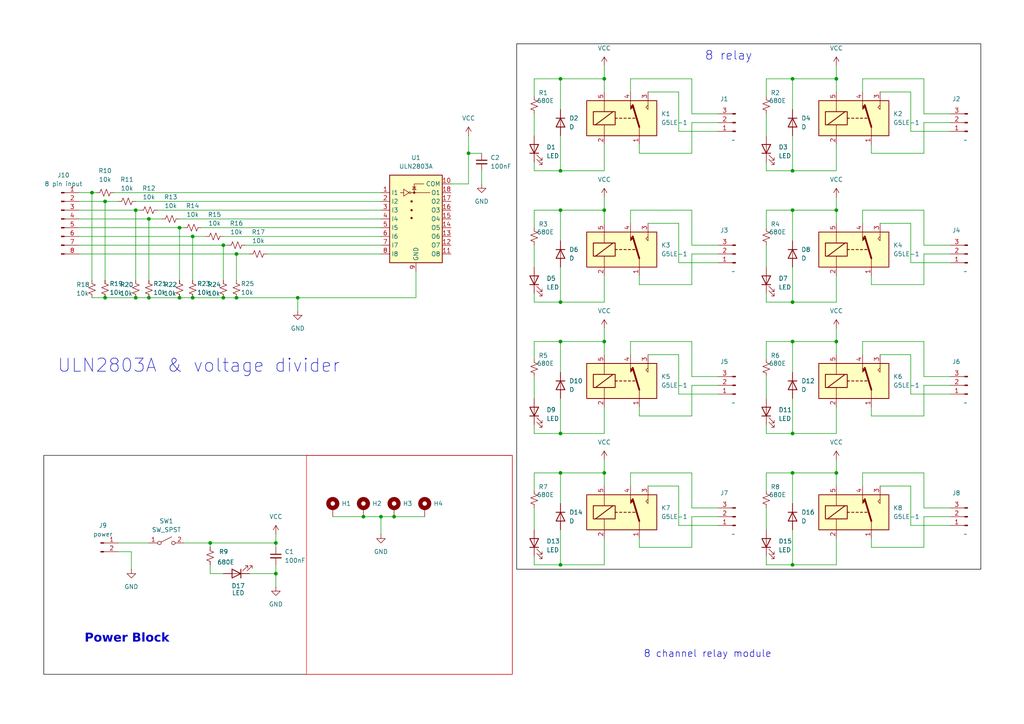
<source format=kicad_sch>
(kicad_sch (version 20250114) (generator "eeschema") (generator_version "9.0")
  (paper "A4")
  (lib_symbols
    (symbol "Connector:Conn_01x02_Pin" (pin_names (offset 1.016) (hide yes))
      (property "Reference" "J" (at 0 2.54 0))
      (property "Value" "Conn_01x02_Pin" (at 0 -5.08 0))
      (symbol "Conn_01x02_Pin_1_1"
        (pin passive line (at 5.08 0 180) (length 3.81) (name "Pin_1") (number "1"))
        (pin passive line (at 5.08 -2.54 180) (length 3.81) (name "Pin_2") (number "2"))
      )
    )
    (symbol "Connector:Conn_01x03_Pin" (pin_names (offset 1.016) (hide yes))
      (property "Reference" "J" (at 0 5.08 0))
      (property "Value" "Conn_01x03_Pin" (at 0 -5.08 0))
      (symbol "Conn_01x03_Pin_1_1"
        (pin passive line (at 5.08 2.54 180) (length 3.81) (name "Pin_1") (number "1"))
        (pin passive line (at 5.08 0 180) (length 3.81) (name "Pin_2") (number "2"))
        (pin passive line (at 5.08 -2.54 180) (length 3.81) (name "Pin_3") (number "3"))
      )
    )
    (symbol "Connector:Conn_01x08_Pin" (pin_names (offset 1.016) (hide yes))
      (property "Reference" "J" (at 0 10.16 0))
      (property "Value" "Conn_01x08_Pin" (at 0 -12.7 0))
      (symbol "Conn_01x08_Pin_1_1"
        (pin passive line (at 5.08 7.62 180) (length 3.81) (name "Pin_1") (number "1"))
        (pin passive line (at 5.08 5.08 180) (length 3.81) (name "Pin_2") (number "2"))
        (pin passive line (at 5.08 2.54 180) (length 3.81) (name "Pin_3") (number "3"))
        (pin passive line (at 5.08 0 180) (length 3.81) (name "Pin_4") (number "4"))
        (pin passive line (at 5.08 -2.54 180) (length 3.81) (name "Pin_5") (number "5"))
        (pin passive line (at 5.08 -5.08 180) (length 3.81) (name "Pin_6") (number "6"))
        (pin passive line (at 5.08 -7.62 180) (length 3.81) (name "Pin_7") (number "7"))
        (pin passive line (at 5.08 -10.16 180) (length 3.81) (name "Pin_8") (number "8"))
      )
    )
    (symbol "Device:C_Small" (pin_numbers (hide yes)) (pin_names (offset 0.254) (hide yes))
      (property "Reference" "C" (at 0.254 1.778 0))
      (property "Value" "C_Small" (at 0.254 -2.032 0))
      (symbol "C_Small_1_1"
        (pin passive line (at 0 2.54 270) (length 2.032) (name "~") (number "1"))
        (pin passive line (at 0 -2.54 90) (length 2.032) (name "~") (number "2"))
      )
    )
    (symbol "Device:D" (pin_numbers (hide yes)) (pin_names (offset 1.016) (hide yes))
      (property "Reference" "D" (at 0 2.54 0))
      (property "Value" "D" (at 0 -2.54 0))
      (symbol "D_1_1"
        (pin passive line (at -3.81 0 0) (length 2.54) (name "K") (number "1"))
        (pin passive line (at 3.81 0 180) (length 2.54) (name "A") (number "2"))
      )
    )
    (symbol "Device:LED" (pin_numbers (hide yes)) (pin_names (offset 1.016) (hide yes))
      (property "Reference" "D" (at 0 2.54 0))
      (property "Value" "LED" (at 0 -2.54 0))
      (symbol "LED_1_1"
        (pin passive line (at -3.81 0 0) (length 2.54) (name "K") (number "1"))
        (pin passive line (at 3.81 0 180) (length 2.54) (name "A") (number "2"))
      )
    )
    (symbol "Device:R_Small_US" (pin_numbers (hide yes)) (pin_names (offset 0.254) (hide yes))
      (property "Reference" "R" (at 0.762 0.508 0))
      (property "Value" "R_Small_US" (at 0.762 -1.016 0))
      (symbol "R_Small_US_1_1"
        (pin passive line (at 0 2.54 270) (length 1.016) (name "~") (number "1"))
        (pin passive line (at 0 -2.54 90) (length 1.016) (name "~") (number "2"))
      )
    )
    (symbol "Mechanical:MountingHole_Pad" (pin_numbers (hide yes)) (pin_names (offset 1.016) (hide yes)) (in_bom no)
      (property "Reference" "H" (at 0 6.35 0))
      (property "Value" "MountingHole_Pad" (at 0 4.445 0))
      (symbol "MountingHole_Pad_1_1"
        (pin input line (at 0 -2.54 90) (length 2.54) (name "1") (number "1"))
      )
    )
    (symbol "Relay:G5LE-1"
      (property "Reference" "K" (at 11.43 3.81 0))
      (property "Value" "G5LE-1" (at 11.43 1.27 0))
      (symbol "G5LE-1_1_1"
        (pin passive line (at -5.08 7.62 270) (length 2.54) (name "~") (number "5"))
        (pin passive line (at -5.08 -7.62 90) (length 2.54) (name "~") (number "2"))
        (pin passive line (at 2.54 7.62 270) (length 2.54) (name "~") (number "4"))
        (pin passive line (at 5.08 -7.62 90) (length 2.54) (name "~") (number "1"))
        (pin passive line (at 7.62 7.62 270) (length 2.54) (name "~") (number "3"))
      )
    )
    (symbol "Switch:SW_SPST" (pin_names (offset 0) (hide yes))
      (property "Reference" "SW" (at 0 3.175 0))
      (property "Value" "SW_SPST" (at 0 -2.54 0))
      (symbol "SW_SPST_1_1"
        (pin passive line (at -5.08 0 0) (length 2.54) (name "A") (number "1"))
        (pin passive line (at 5.08 0 180) (length 2.54) (name "B") (number "2"))
      )
    )
    (symbol "Transistor_Array:ULN2803A"
      (property "Reference" "U" (at 0 13.335 0))
      (property "Value" "ULN2803A" (at 0 11.43 0))
      (symbol "ULN2803A_1_1"
        (pin input line (at -10.16 5.08 0) (length 2.54) (name "I1") (number "1"))
        (pin input line (at -10.16 2.54 0) (length 2.54) (name "I2") (number "2"))
        (pin input line (at -10.16 0 0) (length 2.54) (name "I3") (number "3"))
        (pin input line (at -10.16 -2.54 0) (length 2.54) (name "I4") (number "4"))
        (pin input line (at -10.16 -5.08 0) (length 2.54) (name "I5") (number "5"))
        (pin input line (at -10.16 -7.62 0) (length 2.54) (name "I6") (number "6"))
        (pin input line (at -10.16 -10.16 0) (length 2.54) (name "I7") (number "7"))
        (pin input line (at -10.16 -12.7 0) (length 2.54) (name "I8") (number "8"))
        (pin power_in line (at 0 -17.78 90) (length 2.54) (name "GND") (number "9"))
        (pin passive line (at 10.16 7.62 180) (length 2.54) (name "COM") (number "10"))
        (pin open_collector line (at 10.16 5.08 180) (length 2.54) (name "O1") (number "18"))
        (pin open_collector line (at 10.16 2.54 180) (length 2.54) (name "O2") (number "17"))
        (pin open_collector line (at 10.16 0 180) (length 2.54) (name "O3") (number "16"))
        (pin open_collector line (at 10.16 -2.54 180) (length 2.54) (name "O4") (number "15"))
        (pin open_collector line (at 10.16 -5.08 180) (length 2.54) (name "O5") (number "14"))
        (pin open_collector line (at 10.16 -7.62 180) (length 2.54) (name "O6") (number "13"))
        (pin open_collector line (at 10.16 -10.16 180) (length 2.54) (name "O7") (number "12"))
        (pin open_collector line (at 10.16 -12.7 180) (length 2.54) (name "O8") (number "11"))
      )
    )
    (symbol "power:GND" (power) (pin_numbers (hide yes)) (pin_names (offset 0) (hide yes))
      (property "Value" "GND" (at 0 -3.81 0))
      (symbol "GND_1_1"
        (pin power_in line (at 0 0 270) (length 0) (name "~") (number "1"))
      )
    )
    (symbol "power:VCC" (power) (pin_numbers (hide yes)) (pin_names (offset 0) (hide yes))
      (property "Value" "VCC" (at 0 3.556 0))
      (symbol "VCC_1_1"
        (pin power_in line (at 0 0 90) (length 0) (name "~") (number "1"))
      )
    )
  )
  (text "Power Block\n" (at 36.83 185.928 0) (effects (font (size 2.54 2.54))))
  (text "8 channel relay module" (at 205.232 189.738 0) (effects (font (size 2.032 2.032))))
  (text "8 relay" (at 211.328 16.256 0) (effects (font (size 2.54 2.54))))
  (text "ULN2803A & voltage divider" (at 57.658 106.172 0) (effects (font (size 3.81 3.81))))
  (junction (at 229.87 99.06))
  (junction (at 242.57 22.86))
  (junction (at 64.77 71.12))
  (junction (at 229.87 137.16))
  (junction (at 162.56 99.06))
  (junction (at 52.07 86.36))
  (junction (at 43.18 63.5))
  (junction (at 162.56 87.63))
  (junction (at 55.88 68.58))
  (junction (at 86.36 86.36))
  (junction (at 162.56 137.16))
  (junction (at 242.57 60.96))
  (junction (at 26.67 55.88))
  (junction (at 162.56 49.53))
  (junction (at 135.89 44.45))
  (junction (at 229.87 163.83))
  (junction (at 55.88 86.36))
  (junction (at 162.56 125.73))
  (junction (at 30.48 86.36))
  (junction (at 229.87 22.86))
  (junction (at 80.01 166.37))
  (junction (at 60.96 157.48))
  (junction (at 175.26 22.86))
  (junction (at 175.26 99.06))
  (junction (at 162.56 22.86))
  (junction (at 68.58 73.66))
  (junction (at 30.48 58.42))
  (junction (at 242.57 137.16))
  (junction (at 39.37 60.96))
  (junction (at 68.58 86.36))
  (junction (at 110.49 149.86))
  (junction (at 162.56 163.83))
  (junction (at 229.87 60.96))
  (junction (at 175.26 60.96))
  (junction (at 80.01 157.48))
  (junction (at 64.77 86.36))
  (junction (at 105.41 149.86))
  (junction (at 114.3 149.86))
  (junction (at 162.56 60.96))
  (junction (at 43.18 86.36))
  (junction (at 52.07 66.04))
  (junction (at 229.87 49.53))
  (junction (at 229.87 125.73))
  (junction (at 242.57 99.06))
  (junction (at 39.37 86.36))
  (junction (at 175.26 137.16))
  (junction (at 229.87 87.63))
  (wire (pts (xy 208.28 38.1) (xy 196.85 38.1)))
  (wire (pts (xy 26.67 55.88) (xy 26.67 81.28)))
  (wire (pts (xy 242.57 137.16) (xy 242.57 140.97)))
  (wire (pts (xy 60.96 157.48) (xy 80.01 157.48)))
  (wire (pts (xy 222.25 60.96) (xy 229.87 60.96)))
  (wire (pts (xy 135.89 39.37) (xy 135.89 44.45)))
  (wire (pts (xy 22.86 58.42) (xy 30.48 58.42)))
  (wire (pts (xy 267.97 149.86) (xy 267.97 158.75)))
  (wire (pts (xy 154.94 99.06) (xy 154.94 104.14)))
  (wire (pts (xy 60.96 166.37) (xy 60.96 163.83)))
  (wire (pts (xy 229.87 125.73) (xy 242.57 125.73)))
  (wire (pts (xy 162.56 137.16) (xy 162.56 146.05)))
  (wire (pts (xy 175.26 99.06) (xy 175.26 102.87)))
  (wire (pts (xy 222.25 99.06) (xy 222.25 104.14)))
  (wire (pts (xy 267.97 82.55) (xy 252.73 82.55)))
  (wire (pts (xy 242.57 41.91) (xy 242.57 49.53)))
  (wire (pts (xy 43.18 63.5) (xy 46.99 63.5)))
  (wire (pts (xy 154.94 163.83) (xy 162.56 163.83)))
  (wire (pts (xy 267.97 109.22) (xy 275.59 109.22)))
  (wire (pts (xy 267.97 35.56) (xy 275.59 35.56)))
  (wire (pts (xy 222.25 163.83) (xy 229.87 163.83)))
  (wire (pts (xy 154.94 60.96) (xy 154.94 66.04)))
  (wire (pts (xy 242.57 95.25) (xy 242.57 99.06)))
  (wire (pts (xy 275.59 152.4) (xy 264.16 152.4)))
  (wire (pts (xy 229.87 115.57) (xy 229.87 125.73)))
  (wire (pts (xy 154.94 22.86) (xy 154.94 27.94)))
  (wire (pts (xy 267.97 73.66) (xy 275.59 73.66)))
  (wire (pts (xy 162.56 39.37) (xy 162.56 49.53)))
  (wire (pts (xy 200.66 99.06) (xy 200.66 109.22)))
  (wire (pts (xy 252.73 158.75) (xy 252.73 156.21)))
  (wire (pts (xy 55.88 68.58) (xy 59.69 68.58)))
  (wire (pts (xy 71.12 71.12) (xy 110.49 71.12)))
  (wire (pts (xy 162.56 163.83) (xy 175.26 163.83)))
  (wire (pts (xy 267.97 111.76) (xy 267.97 120.65)))
  (wire (pts (xy 264.16 152.4) (xy 264.16 140.97)))
  (wire (pts (xy 43.18 63.5) (xy 43.18 81.28)))
  (wire (pts (xy 60.96 157.48) (xy 60.96 158.75)))
  (wire (pts (xy 154.94 137.16) (xy 162.56 137.16)))
  (wire (pts (xy 182.88 64.77) (xy 182.88 60.96)))
  (wire (pts (xy 175.26 118.11) (xy 175.26 125.73)))
  (wire (pts (xy 22.86 68.58) (xy 55.88 68.58)))
  (wire (pts (xy 22.86 60.96) (xy 39.37 60.96)))
  (wire (pts (xy 22.86 63.5) (xy 43.18 63.5)))
  (wire (pts (xy 162.56 77.47) (xy 162.56 87.63)))
  (wire (pts (xy 200.66 149.86) (xy 200.66 158.75)))
  (wire (pts (xy 267.97 33.02) (xy 275.59 33.02)))
  (wire (pts (xy 55.88 86.36) (xy 52.07 86.36)))
  (wire (pts (xy 154.94 87.63) (xy 162.56 87.63)))
  (wire (pts (xy 229.87 99.06) (xy 229.87 107.95)))
  (wire (pts (xy 110.49 149.86) (xy 114.3 149.86)))
  (wire (pts (xy 22.86 71.12) (xy 64.77 71.12)))
  (wire (pts (xy 250.19 22.86) (xy 267.97 22.86)))
  (wire (pts (xy 275.59 38.1) (xy 264.16 38.1)))
  (wire (pts (xy 39.37 58.42) (xy 110.49 58.42)))
  (wire (pts (xy 222.25 147.32) (xy 222.25 153.67)))
  (wire (pts (xy 200.66 44.45) (xy 185.42 44.45)))
  (wire (pts (xy 80.01 163.83) (xy 80.01 166.37)))
  (wire (pts (xy 208.28 152.4) (xy 196.85 152.4)))
  (wire (pts (xy 110.49 149.86) (xy 110.49 154.94)))
  (wire (pts (xy 58.42 66.04) (xy 110.49 66.04)))
  (wire (pts (xy 250.19 99.06) (xy 267.97 99.06)))
  (wire (pts (xy 162.56 87.63) (xy 175.26 87.63)))
  (wire (pts (xy 222.25 22.86) (xy 229.87 22.86)))
  (wire (pts (xy 229.87 39.37) (xy 229.87 49.53)))
  (wire (pts (xy 264.16 102.87) (xy 255.27 102.87)))
  (wire (pts (xy 154.94 49.53) (xy 162.56 49.53)))
  (wire (pts (xy 222.25 109.22) (xy 222.25 115.57)))
  (wire (pts (xy 22.86 66.04) (xy 52.07 66.04)))
  (wire (pts (xy 264.16 114.3) (xy 264.16 102.87)))
  (wire (pts (xy 196.85 64.77) (xy 187.96 64.77)))
  (wire (pts (xy 39.37 86.36) (xy 30.48 86.36)))
  (wire (pts (xy 80.01 157.48) (xy 80.01 158.75)))
  (wire (pts (xy 182.88 137.16) (xy 200.66 137.16)))
  (wire (pts (xy 64.77 71.12) (xy 64.77 81.28)))
  (wire (pts (xy 162.56 60.96) (xy 162.56 69.85)))
  (wire (pts (xy 39.37 60.96) (xy 40.64 60.96)))
  (wire (pts (xy 267.97 22.86) (xy 267.97 33.02)))
  (wire (pts (xy 162.56 115.57) (xy 162.56 125.73)))
  (wire (pts (xy 222.25 49.53) (xy 229.87 49.53)))
  (wire (pts (xy 120.65 86.36) (xy 86.36 86.36)))
  (wire (pts (xy 64.77 68.58) (xy 110.49 68.58)))
  (wire (pts (xy 267.97 60.96) (xy 267.97 71.12)))
  (wire (pts (xy 200.66 158.75) (xy 185.42 158.75)))
  (wire (pts (xy 22.86 55.88) (xy 26.67 55.88)))
  (wire (pts (xy 185.42 82.55) (xy 185.42 80.01)))
  (wire (pts (xy 162.56 99.06) (xy 162.56 107.95)))
  (wire (pts (xy 242.57 156.21) (xy 242.57 163.83)))
  (wire (pts (xy 175.26 60.96) (xy 175.26 64.77)))
  (wire (pts (xy 105.41 149.86) (xy 110.49 149.86)))
  (wire (pts (xy 135.89 53.34) (xy 130.81 53.34)))
  (wire (pts (xy 229.87 60.96) (xy 229.87 69.85)))
  (wire (pts (xy 154.94 125.73) (xy 154.94 123.19)))
  (wire (pts (xy 175.26 80.01) (xy 175.26 87.63)))
  (wire (pts (xy 264.16 140.97) (xy 255.27 140.97)))
  (wire (pts (xy 182.88 22.86) (xy 200.66 22.86)))
  (wire (pts (xy 64.77 86.36) (xy 55.88 86.36)))
  (wire (pts (xy 34.29 160.02) (xy 38.1 160.02)))
  (wire (pts (xy 196.85 76.2) (xy 196.85 64.77)))
  (wire (pts (xy 185.42 120.65) (xy 185.42 118.11)))
  (wire (pts (xy 200.66 35.56) (xy 200.66 44.45)))
  (wire (pts (xy 120.65 78.74) (xy 120.65 86.36)))
  (wire (pts (xy 26.67 55.88) (xy 27.94 55.88)))
  (wire (pts (xy 200.66 109.22) (xy 208.28 109.22)))
  (wire (pts (xy 275.59 76.2) (xy 264.16 76.2)))
  (wire (pts (xy 52.07 63.5) (xy 110.49 63.5)))
  (wire (pts (xy 182.88 60.96) (xy 200.66 60.96)))
  (wire (pts (xy 86.36 86.36) (xy 68.58 86.36)))
  (wire (pts (xy 250.19 60.96) (xy 267.97 60.96)))
  (wire (pts (xy 52.07 86.36) (xy 43.18 86.36)))
  (wire (pts (xy 222.25 87.63) (xy 229.87 87.63)))
  (wire (pts (xy 175.26 95.25) (xy 175.26 99.06)))
  (wire (pts (xy 242.57 133.35) (xy 242.57 137.16)))
  (wire (pts (xy 162.56 137.16) (xy 175.26 137.16)))
  (wire (pts (xy 242.57 118.11) (xy 242.57 125.73)))
  (wire (pts (xy 154.94 60.96) (xy 162.56 60.96)))
  (wire (pts (xy 135.89 44.45) (xy 139.7 44.45)))
  (wire (pts (xy 267.97 73.66) (xy 267.97 82.55)))
  (wire (pts (xy 222.25 137.16) (xy 222.25 142.24)))
  (wire (pts (xy 77.47 73.66) (xy 110.49 73.66)))
  (wire (pts (xy 252.73 44.45) (xy 252.73 41.91)))
  (wire (pts (xy 96.52 149.86) (xy 105.41 149.86)))
  (wire (pts (xy 196.85 152.4) (xy 196.85 140.97)))
  (wire (pts (xy 175.26 19.05) (xy 175.26 22.86)))
  (wire (pts (xy 267.97 147.32) (xy 275.59 147.32)))
  (wire (pts (xy 154.94 109.22) (xy 154.94 115.57)))
  (wire (pts (xy 154.94 87.63) (xy 154.94 85.09)))
  (wire (pts (xy 275.59 114.3) (xy 264.16 114.3)))
  (wire (pts (xy 154.94 33.02) (xy 154.94 39.37)))
  (wire (pts (xy 267.97 35.56) (xy 267.97 44.45)))
  (wire (pts (xy 175.26 137.16) (xy 175.26 140.97)))
  (wire (pts (xy 264.16 76.2) (xy 264.16 64.77)))
  (wire (pts (xy 196.85 114.3) (xy 196.85 102.87)))
  (wire (pts (xy 114.3 149.86) (xy 123.19 149.86)))
  (wire (pts (xy 200.66 120.65) (xy 185.42 120.65)))
  (wire (pts (xy 242.57 22.86) (xy 242.57 26.67)))
  (wire (pts (xy 250.19 140.97) (xy 250.19 137.16)))
  (wire (pts (xy 80.01 154.94) (xy 80.01 157.48)))
  (wire (pts (xy 229.87 49.53) (xy 242.57 49.53)))
  (wire (pts (xy 242.57 60.96) (xy 242.57 64.77)))
  (wire (pts (xy 154.94 137.16) (xy 154.94 142.24)))
  (wire (pts (xy 222.25 125.73) (xy 222.25 123.19)))
  (wire (pts (xy 154.94 163.83) (xy 154.94 161.29)))
  (wire (pts (xy 86.36 86.36) (xy 86.36 90.17)))
  (wire (pts (xy 162.56 49.53) (xy 175.26 49.53)))
  (wire (pts (xy 30.48 58.42) (xy 34.29 58.42)))
  (wire (pts (xy 200.66 71.12) (xy 208.28 71.12)))
  (wire (pts (xy 208.28 76.2) (xy 196.85 76.2)))
  (wire (pts (xy 154.94 99.06) (xy 162.56 99.06)))
  (wire (pts (xy 182.88 26.67) (xy 182.88 22.86)))
  (wire (pts (xy 182.88 99.06) (xy 200.66 99.06)))
  (wire (pts (xy 200.66 111.76) (xy 200.66 120.65)))
  (wire (pts (xy 200.66 149.86) (xy 208.28 149.86)))
  (wire (pts (xy 162.56 22.86) (xy 162.56 31.75)))
  (wire (pts (xy 33.02 55.88) (xy 110.49 55.88)))
  (wire (pts (xy 185.42 158.75) (xy 185.42 156.21)))
  (wire (pts (xy 267.97 137.16) (xy 267.97 147.32)))
  (wire (pts (xy 229.87 153.67) (xy 229.87 163.83)))
  (wire (pts (xy 80.01 166.37) (xy 80.01 170.18)))
  (wire (pts (xy 252.73 82.55) (xy 252.73 80.01)))
  (wire (pts (xy 22.86 73.66) (xy 68.58 73.66)))
  (wire (pts (xy 154.94 71.12) (xy 154.94 77.47)))
  (wire (pts (xy 242.57 57.15) (xy 242.57 60.96)))
  (wire (pts (xy 80.01 166.37) (xy 72.39 166.37)))
  (wire (pts (xy 200.66 22.86) (xy 200.66 33.02)))
  (wire (pts (xy 175.26 156.21) (xy 175.26 163.83)))
  (wire (pts (xy 242.57 99.06) (xy 242.57 102.87)))
  (wire (pts (xy 222.25 99.06) (xy 229.87 99.06)))
  (wire (pts (xy 182.88 102.87) (xy 182.88 99.06)))
  (wire (pts (xy 30.48 58.42) (xy 30.48 81.28)))
  (wire (pts (xy 250.19 64.77) (xy 250.19 60.96)))
  (wire (pts (xy 267.97 44.45) (xy 252.73 44.45)))
  (wire (pts (xy 39.37 60.96) (xy 39.37 81.28)))
  (wire (pts (xy 267.97 149.86) (xy 275.59 149.86)))
  (wire (pts (xy 52.07 66.04) (xy 53.34 66.04)))
  (wire (pts (xy 162.56 99.06) (xy 175.26 99.06)))
  (wire (pts (xy 267.97 120.65) (xy 252.73 120.65)))
  (wire (pts (xy 53.34 157.48) (xy 60.96 157.48)))
  (wire (pts (xy 200.66 73.66) (xy 200.66 82.55)))
  (wire (pts (xy 200.66 82.55) (xy 185.42 82.55)))
  (wire (pts (xy 222.25 87.63) (xy 222.25 85.09)))
  (wire (pts (xy 139.7 49.53) (xy 139.7 53.34)))
  (wire (pts (xy 264.16 64.77) (xy 255.27 64.77)))
  (wire (pts (xy 200.66 33.02) (xy 208.28 33.02)))
  (wire (pts (xy 175.26 41.91) (xy 175.26 49.53)))
  (wire (pts (xy 68.58 73.66) (xy 68.58 81.28)))
  (wire (pts (xy 229.87 137.16) (xy 229.87 146.05)))
  (wire (pts (xy 229.87 22.86) (xy 229.87 31.75)))
  (wire (pts (xy 222.25 60.96) (xy 222.25 66.04)))
  (wire (pts (xy 229.87 22.86) (xy 242.57 22.86)))
  (wire (pts (xy 222.25 125.73) (xy 229.87 125.73)))
  (wire (pts (xy 154.94 22.86) (xy 162.56 22.86)))
  (wire (pts (xy 229.87 60.96) (xy 242.57 60.96)))
  (wire (pts (xy 208.28 114.3) (xy 196.85 114.3)))
  (wire (pts (xy 200.66 73.66) (xy 208.28 73.66)))
  (wire (pts (xy 162.56 60.96) (xy 175.26 60.96)))
  (wire (pts (xy 135.89 44.45) (xy 135.89 53.34)))
  (wire (pts (xy 55.88 68.58) (xy 55.88 81.28)))
  (wire (pts (xy 38.1 160.02) (xy 38.1 165.1)))
  (wire (pts (xy 200.66 60.96) (xy 200.66 71.12)))
  (wire (pts (xy 222.25 137.16) (xy 229.87 137.16)))
  (wire (pts (xy 242.57 19.05) (xy 242.57 22.86)))
  (wire (pts (xy 182.88 140.97) (xy 182.88 137.16)))
  (wire (pts (xy 162.56 153.67) (xy 162.56 163.83)))
  (wire (pts (xy 200.66 137.16) (xy 200.66 147.32)))
  (wire (pts (xy 175.26 57.15) (xy 175.26 60.96)))
  (wire (pts (xy 200.66 35.56) (xy 208.28 35.56)))
  (wire (pts (xy 229.87 137.16) (xy 242.57 137.16)))
  (wire (pts (xy 222.25 22.86) (xy 222.25 27.94)))
  (wire (pts (xy 43.18 86.36) (xy 39.37 86.36)))
  (wire (pts (xy 64.77 166.37) (xy 60.96 166.37)))
  (wire (pts (xy 30.48 86.36) (xy 26.67 86.36)))
  (wire (pts (xy 229.87 77.47) (xy 229.87 87.63)))
  (wire (pts (xy 250.19 102.87) (xy 250.19 99.06)))
  (wire (pts (xy 34.29 157.48) (xy 43.18 157.48)))
  (wire (pts (xy 252.73 120.65) (xy 252.73 118.11)))
  (wire (pts (xy 264.16 38.1) (xy 264.16 26.67)))
  (wire (pts (xy 267.97 71.12) (xy 275.59 71.12)))
  (wire (pts (xy 64.77 71.12) (xy 66.04 71.12)))
  (wire (pts (xy 154.94 125.73) (xy 162.56 125.73)))
  (wire (pts (xy 45.72 60.96) (xy 110.49 60.96)))
  (wire (pts (xy 229.87 87.63) (xy 242.57 87.63)))
  (wire (pts (xy 222.25 71.12) (xy 222.25 77.47)))
  (wire (pts (xy 267.97 158.75) (xy 252.73 158.75)))
  (wire (pts (xy 196.85 26.67) (xy 187.96 26.67)))
  (wire (pts (xy 175.26 22.86) (xy 175.26 26.67)))
  (wire (pts (xy 222.25 49.53) (xy 222.25 46.99)))
  (wire (pts (xy 229.87 163.83) (xy 242.57 163.83)))
  (wire (pts (xy 196.85 140.97) (xy 187.96 140.97)))
  (wire (pts (xy 200.66 111.76) (xy 208.28 111.76)))
  (wire (pts (xy 154.94 147.32) (xy 154.94 153.67)))
  (wire (pts (xy 175.26 133.35) (xy 175.26 137.16)))
  (wire (pts (xy 250.19 26.67) (xy 250.19 22.86)))
  (wire (pts (xy 267.97 99.06) (xy 267.97 109.22)))
  (wire (pts (xy 154.94 49.53) (xy 154.94 46.99)))
  (wire (pts (xy 185.42 44.45) (xy 185.42 41.91)))
  (wire (pts (xy 267.97 111.76) (xy 275.59 111.76)))
  (wire (pts (xy 250.19 137.16) (xy 267.97 137.16)))
  (wire (pts (xy 264.16 26.67) (xy 255.27 26.67)))
  (wire (pts (xy 68.58 86.36) (xy 64.77 86.36)))
  (wire (pts (xy 200.66 147.32) (xy 208.28 147.32)))
  (wire (pts (xy 222.25 163.83) (xy 222.25 161.29)))
  (wire (pts (xy 196.85 38.1) (xy 196.85 26.67)))
  (wire (pts (xy 229.87 99.06) (xy 242.57 99.06)))
  (wire (pts (xy 52.07 66.04) (xy 52.07 81.28)))
  (wire (pts (xy 222.25 33.02) (xy 222.25 39.37)))
  (wire (pts (xy 242.57 80.01) (xy 242.57 87.63)))
  (wire (pts (xy 68.58 73.66) (xy 72.39 73.66)))
  (wire (pts (xy 196.85 102.87) (xy 187.96 102.87)))
  (wire (pts (xy 162.56 125.73) (xy 175.26 125.73)))
  (wire (pts (xy 162.56 22.86) (xy 175.26 22.86)))
  (rule_area (polyline (pts (xy 88.9 132.08) (xy 88.9 195.58) (xy 148.59 195.58) (xy 148.59 132.08))))
  (rule_area (polyline (pts (xy 13.97 195.58) (xy 148.59 195.58) (xy 148.59 132.08) (xy 12.7 132.08) (xy 12.7 195.58) (xy 12.7 195.58)) (stroke (width 0) (color 0 0 0 1))))
  (rule_area (polyline (pts (xy 149.86 165.1) (xy 149.86 12.7) (xy 284.48 12.7) (xy 284.48 165.1) (xy 273.05 165.1)) (stroke (width 0) (color 0 0 0 1))))
  (symbol (lib_id "Mechanical:MountingHole_Pad") (at 123.19 147.32 0) (unit 1) (in_bom no)
    (property "Reference" "H4" (at 125.73 146.0499 0) (effects (justify left)))
    (property "Footprint" "MountingHole:MountingHole_2.5mm_Pad_Via" (effects (hide yes)))
    (property "Description" "Mounting Hole with connection" (effects (hide yes)))
  )
  (symbol (lib_id "Device:R_Small_US") (at 222.25 30.48 0) (unit 1)
    (property "Reference" "R2" (at 223.52 26.924 0) (effects (justify left)))
    (property "Value" "680E" (at 223.012 29.21 0) (effects (justify left)))
    (property "Footprint" "Resistor_SMD:R_0805_2012Metric_Pad1.20x1.40mm_HandSolder" (effects (hide yes)))
    (property "Description" "Resistor, small US symbol" (effects (hide yes)))
  )
  (symbol (lib_id "Device:D") (at 162.56 73.66 270) (unit 1)
    (property "Reference" "D6" (at 165.1 72.3899 90) (effects (justify left)))
    (property "Value" "D" (at 165.1 74.9299 90) (effects (justify left)))
    (property "Footprint" "Diode_SMD:D_1206_3216Metric" (effects (hide yes)))
    (property "Description" "Diode" (effects (hide yes)))
    (property "Sim.Device" "D" (effects (hide yes)))
    (property "Sim.Pins" "1=K 2=A" (effects (hide yes)))
  )
  (symbol (lib_id "power:GND") (at 38.1 165.1 0) (unit 1)
    (property "Reference" "#PWR010" (effects (hide yes)))
    (property "Value" "GND" (at 38.1 170.18 0))
    (property "Description" "Power symbol creates a global label with name \"GND\" , ground" (effects (hide yes)))
  )
  (symbol (lib_id "Relay:G5LE-1") (at 247.65 148.59 0) (unit 1)
    (property "Reference" "K8" (at 259.08 147.3199 0) (effects (justify left)))
    (property "Value" "G5LE-1" (at 259.08 149.8599 0) (effects (justify left)))
    (property "Footprint" "Relay_THT:Relay_SPDT_Omron-G5LE-1" (effects (hide yes)))
    (property "Datasheet" "http://www.omron.com/ecb/products/pdf/en-g5le.pdf" (effects (hide yes)))
    (property "Description" "Omron G5LE relay, Miniature Single Pole, SPDT, 10A" (effects (hide yes)))
  )
  (symbol (lib_id "Device:R_Small_US") (at 30.48 55.88 90) (unit 1)
    (property "Reference" "R10" (at 30.48 49.53 90))
    (property "Value" "10k" (at 30.48 52.07 90))
    (property "Footprint" "Resistor_SMD:R_0805_2012Metric_Pad1.20x1.40mm_HandSolder" (effects (hide yes)))
    (property "Description" "Resistor, small US symbol" (effects (hide yes)))
  )
  (symbol (lib_id "Device:LED") (at 222.25 157.48 90) (unit 1)
    (property "Reference" "D15" (at 225.806 156.972 90) (effects (justify right)))
    (property "Value" "LED" (at 225.806 159.512 90) (effects (justify right)))
    (property "Footprint" "LED_SMD:LED_1206_3216Metric" (effects (hide yes)))
    (property "Description" "Light emitting diode" (effects (hide yes)))
    (property "Sim.Pins" "1=K 2=A" (effects (hide yes)))
  )
  (symbol (lib_id "Relay:G5LE-1") (at 180.34 34.29 0) (unit 1)
    (property "Reference" "K1" (at 191.77 33.0199 0) (effects (justify left)))
    (property "Value" "G5LE-1" (at 191.77 35.5599 0) (effects (justify left)))
    (property "Footprint" "Relay_THT:Relay_SPDT_Omron-G5LE-1" (effects (hide yes)))
    (property "Datasheet" "http://www.omron.com/ecb/products/pdf/en-g5le.pdf" (effects (hide yes)))
    (property "Description" "Omron G5LE relay, Miniature Single Pole, SPDT, 10A" (effects (hide yes)))
  )
  (symbol (lib_id "Connector:Conn_01x03_Pin") (at 280.67 111.76 180) (unit 1)
    (property "Reference" "J6" (at 277.368 104.902 0))
    (property "Value" "~" (at 280.035 116.84 0))
    (property "Footprint" "Connector_JST:JST_NV_B03P-NV_1x03_P5.00mm_Vertical" (effects (hide yes)))
    (property "Description" "Generic connector, single row, 01x03, script generated" (effects (hide yes)))
  )
  (symbol (lib_id "Device:R_Small_US") (at 43.18 60.96 90) (unit 1)
    (property "Reference" "R12" (at 43.18 54.61 90))
    (property "Value" "10k" (at 43.18 57.15 90))
    (property "Footprint" "Resistor_SMD:R_0805_2012Metric_Pad1.20x1.40mm_HandSolder" (effects (hide yes)))
    (property "Description" "Resistor, small US symbol" (effects (hide yes)))
  )
  (symbol (lib_id "Device:R_Small_US") (at 30.48 83.82 0) (unit 1)
    (property "Reference" "R19" (at 31.75 82.296 0) (effects (justify left)))
    (property "Value" "10k" (at 31.75 84.836 0) (effects (justify left)))
    (property "Footprint" "Resistor_SMD:R_0805_2012Metric_Pad1.20x1.40mm_HandSolder" (effects (hide yes)))
    (property "Description" "Resistor, small US symbol" (effects (hide yes)))
  )
  (symbol (lib_id "Connector:Conn_01x08_Pin") (at 17.78 63.5 0) (unit 1)
    (property "Reference" "J10" (at 18.415 50.8 0))
    (property "Value" "8 pin input" (at 18.415 53.34 0))
    (property "Footprint" "Connector_PinHeader_2.54mm:PinHeader_1x08_P2.54mm_Vertical" (effects (hide yes)))
    (property "Description" "Generic connector, single row, 01x08, script generated" (effects (hide yes)))
  )
  (symbol (lib_id "Connector:Conn_01x03_Pin") (at 280.67 149.86 180) (unit 1)
    (property "Reference" "J8" (at 277.368 143.002 0))
    (property "Value" "~" (at 280.035 154.94 0))
    (property "Footprint" "Connector_JST:JST_NV_B03P-NV_1x03_P5.00mm_Vertical" (effects (hide yes)))
    (property "Description" "Generic connector, single row, 01x03, script generated" (effects (hide yes)))
  )
  (symbol (lib_id "Device:D") (at 162.56 149.86 270) (unit 1)
    (property "Reference" "D14" (at 165.1 148.5899 90) (effects (justify left)))
    (property "Value" "D" (at 165.1 151.1299 90) (effects (justify left)))
    (property "Footprint" "Diode_SMD:D_1206_3216Metric" (effects (hide yes)))
    (property "Description" "Diode" (effects (hide yes)))
    (property "Sim.Device" "D" (effects (hide yes)))
    (property "Sim.Pins" "1=K 2=A" (effects (hide yes)))
  )
  (symbol (lib_id "Device:R_Small_US") (at 68.58 83.82 0) (unit 1)
    (property "Reference" "R25" (at 69.85 82.296 0) (effects (justify left)))
    (property "Value" "10k" (at 69.85 84.836 0) (effects (justify left)))
    (property "Footprint" "Resistor_SMD:R_0805_2012Metric_Pad1.20x1.40mm_HandSolder" (effects (hide yes)))
    (property "Description" "Resistor, small US symbol" (effects (hide yes)))
  )
  (symbol (lib_id "Switch:SW_SPST") (at 48.26 157.48 0) (unit 1)
    (property "Reference" "SW1" (at 48.26 151.13 0))
    (property "Value" "SW_SPST" (at 48.26 153.67 0))
    (property "Footprint" "Button_Switch_SMD:Panasonic_EVQPUJ_EVQPUA" (effects (hide yes)))
    (property "Description" "Single Pole Single Throw (SPST) switch" (effects (hide yes)))
  )
  (symbol (lib_id "Connector:Conn_01x03_Pin") (at 280.67 73.66 180) (unit 1)
    (property "Reference" "J4" (at 277.368 66.802 0))
    (property "Value" "~" (at 280.035 78.74 0))
    (property "Footprint" "Connector_JST:JST_NV_B03P-NV_1x03_P5.00mm_Vertical" (effects (hide yes)))
    (property "Description" "Generic connector, single row, 01x03, script generated" (effects (hide yes)))
  )
  (symbol (lib_id "Relay:G5LE-1") (at 180.34 72.39 0) (unit 1)
    (property "Reference" "K3" (at 191.77 71.1199 0) (effects (justify left)))
    (property "Value" "G5LE-1" (at 191.77 73.6599 0) (effects (justify left)))
    (property "Footprint" "Relay_THT:Relay_SPDT_Omron-G5LE-1" (effects (hide yes)))
    (property "Datasheet" "http://www.omron.com/ecb/products/pdf/en-g5le.pdf" (effects (hide yes)))
    (property "Description" "Omron G5LE relay, Miniature Single Pole, SPDT, 10A" (effects (hide yes)))
  )
  (symbol (lib_id "Transistor_Array:ULN2803A") (at 120.65 60.96 0) (unit 1)
    (property "Reference" "U1" (at 120.65 45.72 0))
    (property "Value" "ULN2803A" (at 120.65 48.26 0))
    (property "Footprint" "Package_DIP:DIP-18_W7.62mm" (effects (hide yes)))
    (property "Datasheet" "http://www.ti.com/lit/ds/symlink/uln2803a.pdf" (effects (hide yes)))
    (property "Description" "Darlington Transistor Arrays, SOIC18/DIP18" (effects (hide yes)))
  )
  (symbol (lib_id "Device:R_Small_US") (at 222.25 68.58 0) (unit 1)
    (property "Reference" "R4" (at 223.52 65.024 0) (effects (justify left)))
    (property "Value" "680E" (at 223.012 67.31 0) (effects (justify left)))
    (property "Footprint" "Resistor_SMD:R_0805_2012Metric_Pad1.20x1.40mm_HandSolder" (effects (hide yes)))
    (property "Description" "Resistor, small US symbol" (effects (hide yes)))
  )
  (symbol (lib_id "Device:R_Small_US") (at 64.77 83.82 0) (unit 1)
    (property "Reference" "R24" (at 60.198 82.55 0) (effects (justify left)))
    (property "Value" "10k" (at 60.198 85.09 0) (effects (justify left)))
    (property "Footprint" "Resistor_SMD:R_0805_2012Metric_Pad1.20x1.40mm_HandSolder" (effects (hide yes)))
    (property "Description" "Resistor, small US symbol" (effects (hide yes)))
  )
  (symbol (lib_id "Device:LED") (at 222.25 119.38 90) (unit 1)
    (property "Reference" "D11" (at 225.806 118.872 90) (effects (justify right)))
    (property "Value" "LED" (at 225.806 121.412 90) (effects (justify right)))
    (property "Footprint" "LED_SMD:LED_1206_3216Metric" (effects (hide yes)))
    (property "Description" "Light emitting diode" (effects (hide yes)))
    (property "Sim.Pins" "1=K 2=A" (effects (hide yes)))
  )
  (symbol (lib_id "Device:R_Small_US") (at 74.93 73.66 90) (unit 1)
    (property "Reference" "R17" (at 74.93 67.31 90))
    (property "Value" "10k" (at 74.93 69.85 90))
    (property "Footprint" "Resistor_SMD:R_0805_2012Metric_Pad1.20x1.40mm_HandSolder" (effects (hide yes)))
    (property "Description" "Resistor, small US symbol" (effects (hide yes)))
  )
  (symbol (lib_id "Device:R_Small_US") (at 49.53 63.5 90) (unit 1)
    (property "Reference" "R13" (at 49.53 57.15 90))
    (property "Value" "10k" (at 49.53 59.69 90))
    (property "Footprint" "Resistor_SMD:R_0805_2012Metric_Pad1.20x1.40mm_HandSolder" (effects (hide yes)))
    (property "Description" "Resistor, small US symbol" (effects (hide yes)))
  )
  (symbol (lib_id "Device:D") (at 229.87 35.56 270) (unit 1)
    (property "Reference" "D4" (at 232.41 34.2899 90) (effects (justify left)))
    (property "Value" "D" (at 232.41 36.8299 90) (effects (justify left)))
    (property "Footprint" "Diode_SMD:D_1206_3216Metric" (effects (hide yes)))
    (property "Description" "Diode" (effects (hide yes)))
    (property "Sim.Device" "D" (effects (hide yes)))
    (property "Sim.Pins" "1=K 2=A" (effects (hide yes)))
  )
  (symbol (lib_id "Device:LED") (at 154.94 81.28 90) (unit 1)
    (property "Reference" "D5" (at 158.496 80.772 90) (effects (justify right)))
    (property "Value" "LED" (at 158.496 83.312 90) (effects (justify right)))
    (property "Footprint" "LED_SMD:LED_1206_3216Metric" (effects (hide yes)))
    (property "Description" "Light emitting diode" (effects (hide yes)))
    (property "Sim.Pins" "1=K 2=A" (effects (hide yes)))
  )
  (symbol (lib_id "Device:R_Small_US") (at 26.67 83.82 0) (unit 1)
    (property "Reference" "R18" (at 22.098 82.55 0) (effects (justify left)))
    (property "Value" "10k" (at 22.098 85.09 0) (effects (justify left)))
    (property "Footprint" "Resistor_SMD:R_0805_2012Metric_Pad1.20x1.40mm_HandSolder" (effects (hide yes)))
    (property "Description" "Resistor, small US symbol" (effects (hide yes)))
  )
  (symbol (lib_id "Relay:G5LE-1") (at 247.65 72.39 0) (unit 1)
    (property "Reference" "K4" (at 259.08 71.1199 0) (effects (justify left)))
    (property "Value" "G5LE-1" (at 259.08 73.6599 0) (effects (justify left)))
    (property "Footprint" "Relay_THT:Relay_SPDT_Omron-G5LE-1" (effects (hide yes)))
    (property "Datasheet" "http://www.omron.com/ecb/products/pdf/en-g5le.pdf" (effects (hide yes)))
    (property "Description" "Omron G5LE relay, Miniature Single Pole, SPDT, 10A" (effects (hide yes)))
  )
  (symbol (lib_id "Device:LED") (at 154.94 43.18 90) (unit 1)
    (property "Reference" "D1" (at 158.496 42.672 90) (effects (justify right)))
    (property "Value" "LED" (at 158.496 45.212 90) (effects (justify right)))
    (property "Footprint" "LED_SMD:LED_1206_3216Metric" (effects (hide yes)))
    (property "Description" "Light emitting diode" (effects (hide yes)))
    (property "Sim.Pins" "1=K 2=A" (effects (hide yes)))
  )
  (symbol (lib_id "Device:R_Small_US") (at 39.37 83.82 0) (unit 1)
    (property "Reference" "R20" (at 34.798 82.55 0) (effects (justify left)))
    (property "Value" "10k" (at 34.798 85.09 0) (effects (justify left)))
    (property "Footprint" "Resistor_SMD:R_0805_2012Metric_Pad1.20x1.40mm_HandSolder" (effects (hide yes)))
    (property "Description" "Resistor, small US symbol" (effects (hide yes)))
  )
  (symbol (lib_id "Device:R_Small_US") (at 43.18 83.82 0) (unit 1)
    (property "Reference" "R21" (at 44.45 82.296 0) (effects (justify left)))
    (property "Value" "10k" (at 44.45 84.836 0) (effects (justify left)))
    (property "Footprint" "Resistor_SMD:R_0805_2012Metric_Pad1.20x1.40mm_HandSolder" (effects (hide yes)))
    (property "Description" "Resistor, small US symbol" (effects (hide yes)))
  )
  (symbol (lib_id "Device:D") (at 229.87 111.76 270) (unit 1)
    (property "Reference" "D12" (at 232.41 110.4899 90) (effects (justify left)))
    (property "Value" "D" (at 232.41 113.0299 90) (effects (justify left)))
    (property "Footprint" "Diode_SMD:D_1206_3216Metric" (effects (hide yes)))
    (property "Description" "Diode" (effects (hide yes)))
    (property "Sim.Device" "D" (effects (hide yes)))
    (property "Sim.Pins" "1=K 2=A" (effects (hide yes)))
  )
  (symbol (lib_id "Device:LED") (at 154.94 157.48 90) (unit 1)
    (property "Reference" "D13" (at 158.496 156.972 90) (effects (justify right)))
    (property "Value" "LED" (at 158.496 159.512 90) (effects (justify right)))
    (property "Footprint" "LED_SMD:LED_1206_3216Metric" (effects (hide yes)))
    (property "Description" "Light emitting diode" (effects (hide yes)))
    (property "Sim.Pins" "1=K 2=A" (effects (hide yes)))
  )
  (symbol (lib_id "power:VCC") (at 175.26 19.05 0) (unit 1)
    (property "Reference" "#PWR01" (effects (hide yes)))
    (property "Value" "VCC" (at 175.26 13.97 0))
    (property "Description" "Power symbol creates a global label with name \"VCC\"" (effects (hide yes)))
  )
  (symbol (lib_id "Device:LED") (at 222.25 43.18 90) (unit 1)
    (property "Reference" "D3" (at 225.806 42.672 90) (effects (justify right)))
    (property "Value" "LED" (at 225.806 45.212 90) (effects (justify right)))
    (property "Footprint" "LED_SMD:LED_1206_3216Metric" (effects (hide yes)))
    (property "Description" "Light emitting diode" (effects (hide yes)))
    (property "Sim.Pins" "1=K 2=A" (effects (hide yes)))
  )
  (symbol (lib_id "power:VCC") (at 242.57 57.15 0) (unit 1)
    (property "Reference" "#PWR04" (effects (hide yes)))
    (property "Value" "VCC" (at 242.57 52.07 0))
    (property "Description" "Power symbol creates a global label with name \"VCC\"" (effects (hide yes)))
  )
  (symbol (lib_id "Connector:Conn_01x02_Pin") (at 29.21 157.48 0) (unit 1)
    (property "Reference" "J9" (at 29.845 152.4 0))
    (property "Value" "power" (at 29.845 154.94 0))
    (property "Footprint" "Connector_JST:JST_NV_B02P-NV_1x02_P5.00mm_Vertical" (effects (hide yes)))
    (property "Description" "Generic connector, single row, 01x02, script generated" (effects (hide yes)))
  )
  (symbol (lib_id "power:VCC") (at 242.57 133.35 0) (unit 1)
    (property "Reference" "#PWR08" (effects (hide yes)))
    (property "Value" "VCC" (at 242.57 128.27 0))
    (property "Description" "Power symbol creates a global label with name \"VCC\"" (effects (hide yes)))
  )
  (symbol (lib_id "power:VCC") (at 80.01 154.94 0) (unit 1)
    (property "Reference" "#PWR09" (effects (hide yes)))
    (property "Value" "VCC" (at 80.01 149.86 0))
    (property "Description" "Power symbol creates a global label with name \"VCC\"" (effects (hide yes)))
  )
  (symbol (lib_id "Connector:Conn_01x03_Pin") (at 213.36 149.86 180) (unit 1)
    (property "Reference" "J7" (at 210.058 143.002 0))
    (property "Value" "~" (at 212.725 154.94 0))
    (property "Footprint" "Connector_JST:JST_NV_B03P-NV_1x03_P5.00mm_Vertical" (effects (hide yes)))
    (property "Description" "Generic connector, single row, 01x03, script generated" (effects (hide yes)))
  )
  (symbol (lib_id "Relay:G5LE-1") (at 180.34 110.49 0) (unit 1)
    (property "Reference" "K5" (at 191.77 109.2199 0) (effects (justify left)))
    (property "Value" "G5LE-1" (at 191.77 111.7599 0) (effects (justify left)))
    (property "Footprint" "Relay_THT:Relay_SPDT_Omron-G5LE-1" (effects (hide yes)))
    (property "Datasheet" "http://www.omron.com/ecb/products/pdf/en-g5le.pdf" (effects (hide yes)))
    (property "Description" "Omron G5LE relay, Miniature Single Pole, SPDT, 10A" (effects (hide yes)))
  )
  (symbol (lib_id "Device:R_Small_US") (at 36.83 58.42 90) (unit 1)
    (property "Reference" "R11" (at 36.83 52.07 90))
    (property "Value" "10k" (at 36.83 54.61 90))
    (property "Footprint" "Resistor_SMD:R_0805_2012Metric_Pad1.20x1.40mm_HandSolder" (effects (hide yes)))
    (property "Description" "Resistor, small US symbol" (effects (hide yes)))
  )
  (symbol (lib_id "Mechanical:MountingHole_Pad") (at 105.41 147.32 0) (unit 1) (in_bom no)
    (property "Reference" "H2" (at 107.95 146.0499 0) (effects (justify left)))
    (property "Footprint" "MountingHole:MountingHole_2.5mm_Pad_Via" (effects (hide yes)))
    (property "Description" "Mounting Hole with connection" (effects (hide yes)))
  )
  (symbol (lib_id "Mechanical:MountingHole_Pad") (at 96.52 147.32 0) (unit 1) (in_bom no)
    (property "Reference" "H1" (at 99.06 146.0499 0) (effects (justify left)))
    (property "Footprint" "MountingHole:MountingHole_2.5mm_Pad_Via" (effects (hide yes)))
    (property "Description" "Mounting Hole with connection" (effects (hide yes)))
  )
  (symbol (lib_id "Device:C_Small") (at 139.7 46.99 0) (unit 1)
    (property "Reference" "C2" (at 142.24 45.7262 0) (effects (justify left)))
    (property "Value" "100nF" (at 142.24 48.2662 0) (effects (justify left)))
    (property "Footprint" "Capacitor_SMD:C_0805_2012Metric_Pad1.18x1.45mm_HandSolder" (effects (hide yes)))
    (property "Description" "Unpolarized capacitor, small symbol" (effects (hide yes)))
  )
  (symbol (lib_id "Device:R_Small_US") (at 154.94 68.58 0) (unit 1)
    (property "Reference" "R3" (at 156.21 65.024 0) (effects (justify left)))
    (property "Value" "680E" (at 155.702 67.31 0) (effects (justify left)))
    (property "Footprint" "Resistor_SMD:R_0805_2012Metric_Pad1.20x1.40mm_HandSolder" (effects (hide yes)))
    (property "Description" "Resistor, small US symbol" (effects (hide yes)))
  )
  (symbol (lib_id "Device:LED") (at 154.94 119.38 90) (unit 1)
    (property "Reference" "D9" (at 158.496 118.872 90) (effects (justify right)))
    (property "Value" "LED" (at 158.496 121.412 90) (effects (justify right)))
    (property "Footprint" "LED_SMD:LED_1206_3216Metric" (effects (hide yes)))
    (property "Description" "Light emitting diode" (effects (hide yes)))
    (property "Sim.Pins" "1=K 2=A" (effects (hide yes)))
  )
  (symbol (lib_id "power:GND") (at 80.01 170.18 0) (unit 1)
    (property "Reference" "#PWR011" (effects (hide yes)))
    (property "Value" "GND" (at 80.01 175.26 0))
    (property "Description" "Power symbol creates a global label with name \"GND\" , ground" (effects (hide yes)))
  )
  (symbol (lib_id "Device:D") (at 229.87 73.66 270) (unit 1)
    (property "Reference" "D8" (at 232.41 72.3899 90) (effects (justify left)))
    (property "Value" "D" (at 232.41 74.9299 90) (effects (justify left)))
    (property "Footprint" "Diode_SMD:D_1206_3216Metric" (effects (hide yes)))
    (property "Description" "Diode" (effects (hide yes)))
    (property "Sim.Device" "D" (effects (hide yes)))
    (property "Sim.Pins" "1=K 2=A" (effects (hide yes)))
  )
  (symbol (lib_id "Device:R_Small_US") (at 52.07 83.82 0) (unit 1)
    (property "Reference" "R22" (at 47.498 82.55 0) (effects (justify left)))
    (property "Value" "10k" (at 47.498 85.09 0) (effects (justify left)))
    (property "Footprint" "Resistor_SMD:R_0805_2012Metric_Pad1.20x1.40mm_HandSolder" (effects (hide yes)))
    (property "Description" "Resistor, small US symbol" (effects (hide yes)))
  )
  (symbol (lib_id "Device:R_Small_US") (at 62.23 68.58 90) (unit 1)
    (property "Reference" "R15" (at 62.23 62.23 90))
    (property "Value" "10k" (at 62.23 64.77 90))
    (property "Footprint" "Resistor_SMD:R_0805_2012Metric_Pad1.20x1.40mm_HandSolder" (effects (hide yes)))
    (property "Description" "Resistor, small US symbol" (effects (hide yes)))
  )
  (symbol (lib_id "power:GND") (at 110.49 154.94 0) (unit 1)
    (property "Reference" "#PWR015" (effects (hide yes)))
    (property "Value" "GND" (at 110.49 160.02 0))
    (property "Description" "Power symbol creates a global label with name \"GND\" , ground" (effects (hide yes)))
  )
  (symbol (lib_id "Device:R_Small_US") (at 154.94 106.68 0) (unit 1)
    (property "Reference" "R5" (at 156.21 103.124 0) (effects (justify left)))
    (property "Value" "680E" (at 155.702 105.41 0) (effects (justify left)))
    (property "Footprint" "Resistor_SMD:R_0805_2012Metric_Pad1.20x1.40mm_HandSolder" (effects (hide yes)))
    (property "Description" "Resistor, small US symbol" (effects (hide yes)))
  )
  (symbol (lib_id "Device:R_Small_US") (at 222.25 144.78 0) (unit 1)
    (property "Reference" "R8" (at 223.52 141.224 0) (effects (justify left)))
    (property "Value" "680E" (at 223.012 143.51 0) (effects (justify left)))
    (property "Footprint" "Resistor_SMD:R_0805_2012Metric_Pad1.20x1.40mm_HandSolder" (effects (hide yes)))
    (property "Description" "Resistor, small US symbol" (effects (hide yes)))
  )
  (symbol (lib_id "Device:R_Small_US") (at 154.94 144.78 0) (unit 1)
    (property "Reference" "R7" (at 156.21 141.224 0) (effects (justify left)))
    (property "Value" "680E" (at 155.702 143.51 0) (effects (justify left)))
    (property "Footprint" "Resistor_SMD:R_0805_2012Metric_Pad1.20x1.40mm_HandSolder" (effects (hide yes)))
    (property "Description" "Resistor, small US symbol" (effects (hide yes)))
  )
  (symbol (lib_id "Device:D") (at 229.87 149.86 270) (unit 1)
    (property "Reference" "D16" (at 232.41 148.5899 90) (effects (justify left)))
    (property "Value" "D" (at 232.41 151.1299 90) (effects (justify left)))
    (property "Footprint" "Diode_SMD:D_1206_3216Metric" (effects (hide yes)))
    (property "Description" "Diode" (effects (hide yes)))
    (property "Sim.Device" "D" (effects (hide yes)))
    (property "Sim.Pins" "1=K 2=A" (effects (hide yes)))
  )
  (symbol (lib_id "Device:R_Small_US") (at 222.25 106.68 0) (unit 1)
    (property "Reference" "R6" (at 223.52 103.124 0) (effects (justify left)))
    (property "Value" "680E" (at 223.012 105.41 0) (effects (justify left)))
    (property "Footprint" "Resistor_SMD:R_0805_2012Metric_Pad1.20x1.40mm_HandSolder" (effects (hide yes)))
    (property "Description" "Resistor, small US symbol" (effects (hide yes)))
  )
  (symbol (lib_id "Device:C_Small") (at 80.01 161.29 0) (unit 1)
    (property "Reference" "C1" (at 82.55 160.0262 0) (effects (justify left)))
    (property "Value" "100nF" (at 82.55 162.5662 0) (effects (justify left)))
    (property "Footprint" "Capacitor_SMD:C_0805_2012Metric_Pad1.18x1.45mm_HandSolder" (effects (hide yes)))
    (property "Description" "Unpolarized capacitor, small symbol" (effects (hide yes)))
  )
  (symbol (lib_id "Device:LED") (at 68.58 166.37 180) (unit 1)
    (property "Reference" "D17" (at 69.088 169.926 0))
    (property "Value" "LED" (at 69.088 171.958 0))
    (property "Footprint" "LED_SMD:LED_1206_3216Metric" (effects (hide yes)))
    (property "Description" "Light emitting diode" (effects (hide yes)))
    (property "Sim.Pins" "1=K 2=A" (effects (hide yes)))
  )
  (symbol (lib_id "power:GND") (at 86.36 90.17 0) (unit 1)
    (property "Reference" "#PWR014" (effects (hide yes)))
    (property "Value" "GND" (at 86.36 95.25 0))
    (property "Description" "Power symbol creates a global label with name \"GND\" , ground" (effects (hide yes)))
  )
  (symbol (lib_id "Device:D") (at 162.56 35.56 270) (unit 1)
    (property "Reference" "D2" (at 165.1 34.2899 90) (effects (justify left)))
    (property "Value" "D" (at 165.1 36.8299 90) (effects (justify left)))
    (property "Footprint" "Diode_SMD:D_1206_3216Metric" (effects (hide yes)))
    (property "Description" "Diode" (effects (hide yes)))
    (property "Sim.Device" "D" (effects (hide yes)))
    (property "Sim.Pins" "1=K 2=A" (effects (hide yes)))
  )
  (symbol (lib_id "power:VCC") (at 175.26 133.35 0) (unit 1)
    (property "Reference" "#PWR07" (effects (hide yes)))
    (property "Value" "VCC" (at 175.26 128.27 0))
    (property "Description" "Power symbol creates a global label with name \"VCC\"" (effects (hide yes)))
  )
  (symbol (lib_id "Device:R_Small_US") (at 55.88 83.82 0) (unit 1)
    (property "Reference" "R23" (at 57.15 82.296 0) (effects (justify left)))
    (property "Value" "10k" (at 57.15 84.836 0) (effects (justify left)))
    (property "Footprint" "Resistor_SMD:R_0805_2012Metric_Pad1.20x1.40mm_HandSolder" (effects (hide yes)))
    (property "Description" "Resistor, small US symbol" (effects (hide yes)))
  )
  (symbol (lib_id "Device:R_Small_US") (at 60.96 161.29 0) (unit 1)
    (property "Reference" "R9" (at 63.5 160.0199 0) (effects (justify left)))
    (property "Value" "680E" (at 62.992 163.068 0) (effects (justify left)))
    (property "Footprint" "Resistor_SMD:R_0805_2012Metric_Pad1.20x1.40mm_HandSolder" (effects (hide yes)))
    (property "Description" "Resistor, small US symbol" (effects (hide yes)))
  )
  (symbol (lib_id "Device:R_Small_US") (at 55.88 66.04 90) (unit 1)
    (property "Reference" "R14" (at 55.88 59.69 90))
    (property "Value" "10k" (at 55.88 62.23 90))
    (property "Footprint" "Resistor_SMD:R_0805_2012Metric_Pad1.20x1.40mm_HandSolder" (effects (hide yes)))
    (property "Description" "Resistor, small US symbol" (effects (hide yes)))
  )
  (symbol (lib_id "Relay:G5LE-1") (at 247.65 110.49 0) (unit 1)
    (property "Reference" "K6" (at 259.08 109.2199 0) (effects (justify left)))
    (property "Value" "G5LE-1" (at 259.08 111.7599 0) (effects (justify left)))
    (property "Footprint" "Relay_THT:Relay_SPDT_Omron-G5LE-1" (effects (hide yes)))
    (property "Datasheet" "http://www.omron.com/ecb/products/pdf/en-g5le.pdf" (effects (hide yes)))
    (property "Description" "Omron G5LE relay, Miniature Single Pole, SPDT, 10A" (effects (hide yes)))
  )
  (symbol (lib_id "Relay:G5LE-1") (at 247.65 34.29 0) (unit 1)
    (property "Reference" "K2" (at 259.08 33.0199 0) (effects (justify left)))
    (property "Value" "G5LE-1" (at 259.08 35.5599 0) (effects (justify left)))
    (property "Footprint" "Relay_THT:Relay_SPDT_Omron-G5LE-1" (effects (hide yes)))
    (property "Datasheet" "http://www.omron.com/ecb/products/pdf/en-g5le.pdf" (effects (hide yes)))
    (property "Description" "Omron G5LE relay, Miniature Single Pole, SPDT, 10A" (effects (hide yes)))
  )
  (symbol (lib_id "power:VCC") (at 135.89 39.37 0) (unit 1)
    (property "Reference" "#PWR013" (effects (hide yes)))
    (property "Value" "VCC" (at 135.89 34.29 0))
    (property "Description" "Power symbol creates a global label with name \"VCC\"" (effects (hide yes)))
  )
  (symbol (lib_id "Relay:G5LE-1") (at 180.34 148.59 0) (unit 1)
    (property "Reference" "K7" (at 191.77 147.3199 0) (effects (justify left)))
    (property "Value" "G5LE-1" (at 191.77 149.8599 0) (effects (justify left)))
    (property "Footprint" "Relay_THT:Relay_SPDT_Omron-G5LE-1" (effects (hide yes)))
    (property "Datasheet" "http://www.omron.com/ecb/products/pdf/en-g5le.pdf" (effects (hide yes)))
    (property "Description" "Omron G5LE relay, Miniature Single Pole, SPDT, 10A" (effects (hide yes)))
  )
  (symbol (lib_id "Device:R_Small_US") (at 154.94 30.48 0) (unit 1)
    (property "Reference" "R1" (at 156.21 26.924 0) (effects (justify left)))
    (property "Value" "680E" (at 155.702 29.21 0) (effects (justify left)))
    (property "Footprint" "Resistor_SMD:R_0805_2012Metric_Pad1.20x1.40mm_HandSolder" (effects (hide yes)))
    (property "Description" "Resistor, small US symbol" (effects (hide yes)))
  )
  (symbol (lib_id "power:VCC") (at 175.26 57.15 0) (unit 1)
    (property "Reference" "#PWR03" (effects (hide yes)))
    (property "Value" "VCC" (at 175.26 52.07 0))
    (property "Description" "Power symbol creates a global label with name \"VCC\"" (effects (hide yes)))
  )
  (symbol (lib_id "Connector:Conn_01x03_Pin") (at 213.36 73.66 180) (unit 1)
    (property "Reference" "J3" (at 210.058 66.802 0))
    (property "Value" "~" (at 212.725 78.74 0))
    (property "Footprint" "Connector_JST:JST_NV_B03P-NV_1x03_P5.00mm_Vertical" (effects (hide yes)))
    (property "Description" "Generic connector, single row, 01x03, script generated" (effects (hide yes)))
  )
  (symbol (lib_id "power:GND") (at 139.7 53.34 0) (unit 1)
    (property "Reference" "#PWR012" (effects (hide yes)))
    (property "Value" "GND" (at 139.7 58.42 0))
    (property "Description" "Power symbol creates a global label with name \"GND\" , ground" (effects (hide yes)))
  )
  (symbol (lib_id "Connector:Conn_01x03_Pin") (at 213.36 111.76 180) (unit 1)
    (property "Reference" "J5" (at 210.058 104.902 0))
    (property "Value" "~" (at 212.725 116.84 0))
    (property "Footprint" "Connector_JST:JST_NV_B03P-NV_1x03_P5.00mm_Vertical" (effects (hide yes)))
    (property "Description" "Generic connector, single row, 01x03, script generated" (effects (hide yes)))
  )
  (symbol (lib_id "Device:LED") (at 222.25 81.28 90) (unit 1)
    (property "Reference" "D7" (at 225.806 80.772 90) (effects (justify right)))
    (property "Value" "LED" (at 225.806 83.312 90) (effects (justify right)))
    (property "Footprint" "LED_SMD:LED_1206_3216Metric" (effects (hide yes)))
    (property "Description" "Light emitting diode" (effects (hide yes)))
    (property "Sim.Pins" "1=K 2=A" (effects (hide yes)))
  )
  (symbol (lib_id "power:VCC") (at 242.57 19.05 0) (unit 1)
    (property "Reference" "#PWR02" (effects (hide yes)))
    (property "Value" "VCC" (at 242.57 13.97 0))
    (property "Description" "Power symbol creates a global label with name \"VCC\"" (effects (hide yes)))
  )
  (symbol (lib_id "Connector:Conn_01x03_Pin") (at 280.67 35.56 180) (unit 1)
    (property "Reference" "J2" (at 277.368 28.702 0))
    (property "Value" "~" (at 280.035 40.64 0))
    (property "Footprint" "Connector_JST:JST_NV_B03P-NV_1x03_P5.00mm_Vertical" (effects (hide yes)))
    (property "Description" "Generic connector, single row, 01x03, script generated" (effects (hide yes)))
  )
  (symbol (lib_id "Device:R_Small_US") (at 68.58 71.12 90) (unit 1)
    (property "Reference" "R16" (at 68.58 64.77 90))
    (property "Value" "10k" (at 68.58 67.31 90))
    (property "Footprint" "Resistor_SMD:R_0805_2012Metric_Pad1.20x1.40mm_HandSolder" (effects (hide yes)))
    (property "Description" "Resistor, small US symbol" (effects (hide yes)))
  )
  (symbol (lib_id "Device:D") (at 162.56 111.76 270) (unit 1)
    (property "Reference" "D10" (at 165.1 110.4899 90) (effects (justify left)))
    (property "Value" "D" (at 165.1 113.0299 90) (effects (justify left)))
    (property "Footprint" "Diode_SMD:D_1206_3216Metric" (effects (hide yes)))
    (property "Description" "Diode" (effects (hide yes)))
    (property "Sim.Device" "D" (effects (hide yes)))
    (property "Sim.Pins" "1=K 2=A" (effects (hide yes)))
  )
  (symbol (lib_id "power:VCC") (at 175.26 95.25 0) (unit 1)
    (property "Reference" "#PWR05" (effects (hide yes)))
    (property "Value" "VCC" (at 175.26 90.17 0))
    (property "Description" "Power symbol creates a global label with name \"VCC\"" (effects (hide yes)))
  )
  (symbol (lib_id "Mechanical:MountingHole_Pad") (at 114.3 147.32 0) (unit 1) (in_bom no)
    (property "Reference" "H3" (at 116.84 146.0499 0) (effects (justify left)))
    (property "Footprint" "MountingHole:MountingHole_2.5mm_Pad_Via" (effects (hide yes)))
    (property "Description" "Mounting Hole with connection" (effects (hide yes)))
  )
  (symbol (lib_id "power:VCC") (at 242.57 95.25 0) (unit 1)
    (property "Reference" "#PWR06" (effects (hide yes)))
    (property "Value" "VCC" (at 242.57 90.17 0))
    (property "Description" "Power symbol creates a global label with name \"VCC\"" (effects (hide yes)))
  )
  (symbol (lib_id "Connector:Conn_01x03_Pin") (at 213.36 35.56 180) (unit 1)
    (property "Reference" "J1" (at 210.058 28.702 0))
    (property "Value" "~" (at 212.725 40.64 0))
    (property "Footprint" "Connector_JST:JST_NV_B03P-NV_1x03_P5.00mm_Vertical" (effects (hide yes)))
    (property "Description" "Generic connector, single row, 01x03, script generated" (effects (hide yes)))
  )
)
</source>
